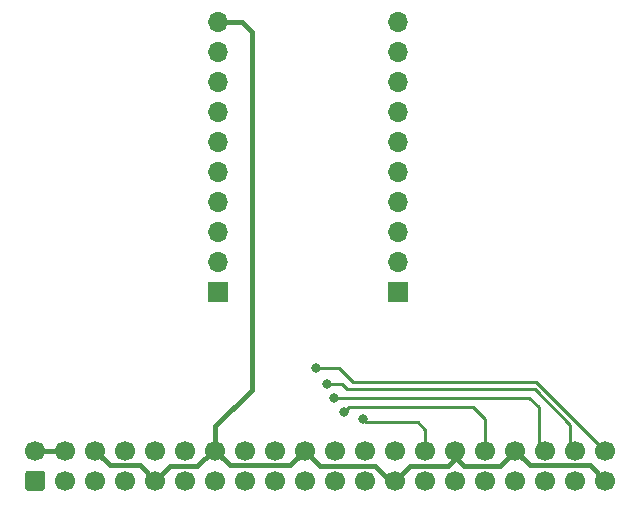
<source format=gbr>
%TF.GenerationSoftware,KiCad,Pcbnew,5.1.12-84ad8e8a86~92~ubuntu18.04.1*%
%TF.CreationDate,2022-06-27T03:15:35+02:00*%
%TF.ProjectId,Parallel-cobbler,50617261-6c6c-4656-9c2d-636f62626c65,rev?*%
%TF.SameCoordinates,Original*%
%TF.FileFunction,Copper,L2,Bot*%
%TF.FilePolarity,Positive*%
%FSLAX46Y46*%
G04 Gerber Fmt 4.6, Leading zero omitted, Abs format (unit mm)*
G04 Created by KiCad (PCBNEW 5.1.12-84ad8e8a86~92~ubuntu18.04.1) date 2022-06-27 03:15:35*
%MOMM*%
%LPD*%
G01*
G04 APERTURE LIST*
%TA.AperFunction,ComponentPad*%
%ADD10O,1.700000X1.700000*%
%TD*%
%TA.AperFunction,ComponentPad*%
%ADD11R,1.700000X1.700000*%
%TD*%
%TA.AperFunction,ComponentPad*%
%ADD12C,1.700000*%
%TD*%
%TA.AperFunction,ViaPad*%
%ADD13C,0.800000*%
%TD*%
%TA.AperFunction,Conductor*%
%ADD14C,0.400000*%
%TD*%
%TA.AperFunction,Conductor*%
%ADD15C,0.250000*%
%TD*%
G04 APERTURE END LIST*
D10*
%TO.P,J3,10*%
%TO.N,+3V3*%
X143250000Y-28040000D03*
%TO.P,J3,9*%
%TO.N,/s7*%
X143250000Y-30580000D03*
%TO.P,J3,8*%
%TO.N,/s6*%
X143250000Y-33120000D03*
%TO.P,J3,7*%
%TO.N,/s5*%
X143250000Y-35660000D03*
%TO.P,J3,6*%
%TO.N,/s4*%
X143250000Y-38200000D03*
%TO.P,J3,5*%
%TO.N,/s3*%
X143250000Y-40740000D03*
%TO.P,J3,4*%
%TO.N,/c3*%
X143250000Y-43280000D03*
%TO.P,J3,3*%
%TO.N,/c2*%
X143250000Y-45820000D03*
%TO.P,J3,2*%
%TO.N,/c1*%
X143250000Y-48360000D03*
D11*
%TO.P,J3,1*%
%TO.N,/c0*%
X143250000Y-50900000D03*
%TD*%
D10*
%TO.P,J1,10*%
%TO.N,GND*%
X128000000Y-28050000D03*
%TO.P,J1,9*%
%TO.N,/d7*%
X128000000Y-30590000D03*
%TO.P,J1,8*%
%TO.N,/d6*%
X128000000Y-33130000D03*
%TO.P,J1,7*%
%TO.N,/d5*%
X128000000Y-35670000D03*
%TO.P,J1,6*%
%TO.N,/d4*%
X128000000Y-38210000D03*
%TO.P,J1,5*%
%TO.N,/d3*%
X128000000Y-40750000D03*
%TO.P,J1,4*%
%TO.N,/d2*%
X128000000Y-43290000D03*
%TO.P,J1,3*%
%TO.N,/d1*%
X128000000Y-45830000D03*
%TO.P,J1,2*%
%TO.N,/d0*%
X128000000Y-48370000D03*
D11*
%TO.P,J1,1*%
%TO.N,+5V*%
X128000000Y-50910000D03*
%TD*%
D12*
%TO.P,J2,40*%
%TO.N,/s7*%
X160810000Y-64310000D03*
%TO.P,J2,38*%
%TO.N,/s6*%
X158270000Y-64310000D03*
%TO.P,J2,36*%
%TO.N,/s5*%
X155730000Y-64310000D03*
%TO.P,J2,34*%
%TO.N,GND*%
X153190000Y-64310000D03*
%TO.P,J2,32*%
%TO.N,/s4*%
X150650000Y-64310000D03*
%TO.P,J2,30*%
%TO.N,GND*%
X148110000Y-64310000D03*
%TO.P,J2,28*%
%TO.N,/s3*%
X145570000Y-64310000D03*
%TO.P,J2,26*%
%TO.N,Net-(J2-Pad26)*%
X143030000Y-64310000D03*
%TO.P,J2,24*%
%TO.N,Net-(J2-Pad24)*%
X140490000Y-64310000D03*
%TO.P,J2,22*%
%TO.N,Net-(J2-Pad22)*%
X137950000Y-64310000D03*
%TO.P,J2,20*%
%TO.N,GND*%
X135410000Y-64310000D03*
%TO.P,J2,18*%
%TO.N,Net-(J2-Pad18)*%
X132870000Y-64310000D03*
%TO.P,J2,16*%
%TO.N,Net-(J2-Pad16)*%
X130330000Y-64310000D03*
%TO.P,J2,14*%
%TO.N,GND*%
X127790000Y-64310000D03*
%TO.P,J2,12*%
%TO.N,Net-(J2-Pad12)*%
X125250000Y-64310000D03*
%TO.P,J2,10*%
%TO.N,Net-(J2-Pad10)*%
X122710000Y-64310000D03*
%TO.P,J2,8*%
%TO.N,Net-(J2-Pad8)*%
X120170000Y-64310000D03*
%TO.P,J2,6*%
%TO.N,GND*%
X117630000Y-64310000D03*
%TO.P,J2,4*%
%TO.N,+5V*%
X115090000Y-64310000D03*
%TO.P,J2,2*%
X112550000Y-64310000D03*
%TO.P,J2,39*%
%TO.N,GND*%
X160810000Y-66850000D03*
%TO.P,J2,37*%
%TO.N,/c3*%
X158270000Y-66850000D03*
%TO.P,J2,35*%
%TO.N,/c2*%
X155730000Y-66850000D03*
%TO.P,J2,33*%
%TO.N,/c1*%
X153190000Y-66850000D03*
%TO.P,J2,31*%
%TO.N,/c0*%
X150650000Y-66850000D03*
%TO.P,J2,29*%
%TO.N,Net-(J2-Pad29)*%
X148110000Y-66850000D03*
%TO.P,J2,27*%
%TO.N,Net-(J2-Pad27)*%
X145570000Y-66850000D03*
%TO.P,J2,25*%
%TO.N,GND*%
X143030000Y-66850000D03*
%TO.P,J2,23*%
%TO.N,Net-(J2-Pad23)*%
X140490000Y-66850000D03*
%TO.P,J2,21*%
%TO.N,/d7*%
X137950000Y-66850000D03*
%TO.P,J2,19*%
%TO.N,/d6*%
X135410000Y-66850000D03*
%TO.P,J2,17*%
%TO.N,+3V3*%
X132870000Y-66850000D03*
%TO.P,J2,15*%
%TO.N,/d5*%
X130330000Y-66850000D03*
%TO.P,J2,13*%
%TO.N,/d4*%
X127790000Y-66850000D03*
%TO.P,J2,11*%
%TO.N,/d3*%
X125250000Y-66850000D03*
%TO.P,J2,9*%
%TO.N,GND*%
X122710000Y-66850000D03*
%TO.P,J2,7*%
%TO.N,/d2*%
X120170000Y-66850000D03*
%TO.P,J2,5*%
%TO.N,/d1*%
X117630000Y-66850000D03*
%TO.P,J2,3*%
%TO.N,/d0*%
X115090000Y-66850000D03*
%TO.P,J2,1*%
%TO.N,+3V3*%
%TA.AperFunction,ComponentPad*%
G36*
G01*
X113150000Y-67700000D02*
X111950000Y-67700000D01*
G75*
G02*
X111700000Y-67450000I0J250000D01*
G01*
X111700000Y-66250000D01*
G75*
G02*
X111950000Y-66000000I250000J0D01*
G01*
X113150000Y-66000000D01*
G75*
G02*
X113400000Y-66250000I0J-250000D01*
G01*
X113400000Y-67450000D01*
G75*
G02*
X113150000Y-67700000I-250000J0D01*
G01*
G37*
%TD.AperFunction*%
%TD*%
D13*
%TO.N,/s3*%
X140300000Y-61600000D03*
%TO.N,/s4*%
X138700000Y-61000000D03*
%TO.N,/s5*%
X137900000Y-59850000D03*
%TO.N,/s7*%
X136350000Y-57350000D03*
%TO.N,/s6*%
X137300000Y-58650000D03*
%TD*%
D14*
%TO.N,+5V*%
X112550000Y-64310000D02*
X115090000Y-64310000D01*
%TO.N,GND*%
X144280001Y-65599999D02*
X147500001Y-65599999D01*
X143030000Y-66850000D02*
X144280001Y-65599999D01*
X148110000Y-64990000D02*
X148110000Y-64310000D01*
X147500001Y-65599999D02*
X148110000Y-64990000D01*
X148110000Y-64310000D02*
X148110000Y-64860000D01*
X148849999Y-65599999D02*
X151900001Y-65599999D01*
X151900001Y-65599999D02*
X153190000Y-64310000D01*
X148110000Y-64860000D02*
X148849999Y-65599999D01*
X159520001Y-65560001D02*
X160810000Y-66850000D01*
X154440001Y-65560001D02*
X159520001Y-65560001D01*
X153190000Y-64310000D02*
X154440001Y-65560001D01*
X136699999Y-65599999D02*
X141349999Y-65599999D01*
X135410000Y-64310000D02*
X136699999Y-65599999D01*
X142600000Y-66850000D02*
X143030000Y-66850000D01*
X141349999Y-65599999D02*
X142600000Y-66850000D01*
X127790000Y-64310000D02*
X129040001Y-65560001D01*
X134159999Y-65560001D02*
X135410000Y-64310000D01*
X129040001Y-65560001D02*
X134159999Y-65560001D01*
X123960001Y-65599999D02*
X126299999Y-65599999D01*
X122710000Y-66850000D02*
X123960001Y-65599999D01*
X127589998Y-64310000D02*
X127790000Y-64310000D01*
X126299999Y-65599999D02*
X127589998Y-64310000D01*
X121420001Y-65560001D02*
X122710000Y-66850000D01*
X118880001Y-65560001D02*
X121420001Y-65560001D01*
X117630000Y-64310000D02*
X118880001Y-65560001D01*
X128000000Y-28050000D02*
X130100000Y-28050000D01*
X130100000Y-28050000D02*
X130900000Y-28850000D01*
X130900000Y-28850000D02*
X130900000Y-59150000D01*
X127790000Y-62260000D02*
X127790000Y-64310000D01*
X130900000Y-59150000D02*
X127790000Y-62260000D01*
D15*
%TO.N,/s3*%
X140600000Y-61900000D02*
X140300000Y-61600000D01*
X140600000Y-61900000D02*
X144950000Y-61900000D01*
X145570000Y-62520000D02*
X145570000Y-64310000D01*
X144950000Y-61900000D02*
X145570000Y-62520000D01*
%TO.N,/s4*%
X139099999Y-60600001D02*
X149650001Y-60600001D01*
X138700000Y-61000000D02*
X139099999Y-60600001D01*
X150650000Y-61600000D02*
X150650000Y-64310000D01*
X149650001Y-60600001D02*
X150650000Y-61600000D01*
%TO.N,/s5*%
X137900000Y-59850000D02*
X154400000Y-59850000D01*
X154400000Y-59850000D02*
X155200000Y-60650000D01*
X155200000Y-63780000D02*
X155730000Y-64310000D01*
X155200000Y-60650000D02*
X155200000Y-63780000D01*
%TO.N,/s7*%
X160810000Y-64310000D02*
X155000000Y-58500000D01*
X155000000Y-58500000D02*
X139450000Y-58500000D01*
X138300000Y-57350000D02*
X136350000Y-57350000D01*
X139450000Y-58500000D02*
X138300000Y-57350000D01*
%TO.N,/s6*%
X157850000Y-63890000D02*
X158270000Y-64310000D01*
X137300000Y-58650000D02*
X138550000Y-58650000D01*
X138550000Y-58650000D02*
X139000000Y-59100000D01*
X139000000Y-59100000D02*
X154850000Y-59100000D01*
X157850000Y-62100000D02*
X157850000Y-63450000D01*
X154850000Y-59100000D02*
X157850000Y-62100000D01*
X157850000Y-63450000D02*
X157850000Y-63890000D01*
%TD*%
M02*

</source>
